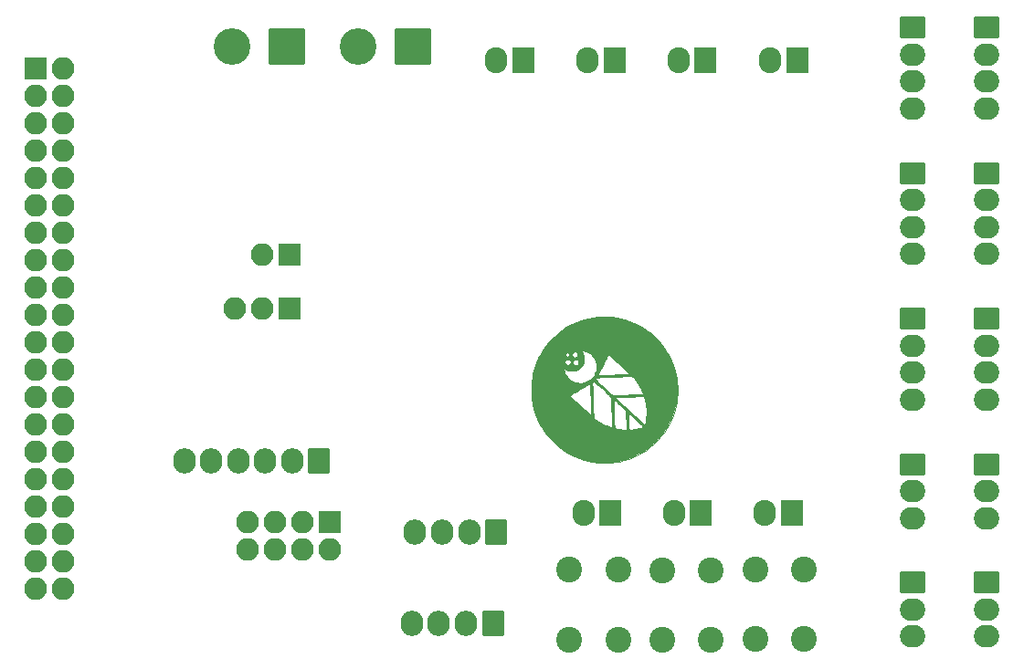
<source format=gbr>
G04 #@! TF.GenerationSoftware,KiCad,Pcbnew,7.0.7*
G04 #@! TF.CreationDate,2023-10-12T15:34:55+02:00*
G04 #@! TF.ProjectId,Astroplant_VFR,41737472-6f70-46c6-916e-745f5646522e,0.5*
G04 #@! TF.SameCoordinates,Original*
G04 #@! TF.FileFunction,Soldermask,Bot*
G04 #@! TF.FilePolarity,Negative*
%FSLAX46Y46*%
G04 Gerber Fmt 4.6, Leading zero omitted, Abs format (unit mm)*
G04 Created by KiCad (PCBNEW 7.0.7) date 2023-10-12 15:34:55*
%MOMM*%
%LPD*%
G01*
G04 APERTURE LIST*
G04 Aperture macros list*
%AMRoundRect*
0 Rectangle with rounded corners*
0 $1 Rounding radius*
0 $2 $3 $4 $5 $6 $7 $8 $9 X,Y pos of 4 corners*
0 Add a 4 corners polygon primitive as box body*
4,1,4,$2,$3,$4,$5,$6,$7,$8,$9,$2,$3,0*
0 Add four circle primitives for the rounded corners*
1,1,$1+$1,$2,$3*
1,1,$1+$1,$4,$5*
1,1,$1+$1,$6,$7*
1,1,$1+$1,$8,$9*
0 Add four rect primitives between the rounded corners*
20,1,$1+$1,$2,$3,$4,$5,0*
20,1,$1+$1,$4,$5,$6,$7,0*
20,1,$1+$1,$6,$7,$8,$9,0*
20,1,$1+$1,$8,$9,$2,$3,0*%
G04 Aperture macros list end*
%ADD10C,0.010000*%
%ADD11RoundRect,0.200000X0.850000X0.975000X-0.850000X0.975000X-0.850000X-0.975000X0.850000X-0.975000X0*%
%ADD12O,2.100000X2.350000*%
%ADD13RoundRect,0.200000X-0.850000X-0.850000X0.850000X-0.850000X0.850000X0.850000X-0.850000X0.850000X0*%
%ADD14O,2.100000X2.100000*%
%ADD15RoundRect,0.200000X-0.975000X0.850000X-0.975000X-0.850000X0.975000X-0.850000X0.975000X0.850000X0*%
%ADD16O,2.350000X2.100000*%
%ADD17RoundRect,0.200000X0.850000X1.000000X-0.850000X1.000000X-0.850000X-1.000000X0.850000X-1.000000X0*%
%ADD18O,2.100000X2.400000*%
%ADD19RoundRect,0.200000X-0.850000X0.850000X-0.850000X-0.850000X0.850000X-0.850000X0.850000X0.850000X0*%
%ADD20C,2.400000*%
%ADD21RoundRect,0.200000X1.500000X1.500000X-1.500000X1.500000X-1.500000X-1.500000X1.500000X-1.500000X0*%
%ADD22C,3.400000*%
G04 APERTURE END LIST*
D10*
X154878692Y-66433933D02*
X155016200Y-66434750D01*
X155026000Y-66434825D01*
X155212416Y-66436858D01*
X155371874Y-66440246D01*
X155510956Y-66445605D01*
X155636245Y-66453551D01*
X155754325Y-66464702D01*
X155871777Y-66479674D01*
X155995185Y-66499082D01*
X156131132Y-66523544D01*
X156286200Y-66553676D01*
X156382414Y-66573543D01*
X156838601Y-66688152D01*
X157281996Y-66833227D01*
X157711407Y-67007576D01*
X158125641Y-67210005D01*
X158523502Y-67439321D01*
X158903799Y-67694329D01*
X159265337Y-67973836D01*
X159606923Y-68276650D01*
X159927364Y-68601575D01*
X160225465Y-68947420D01*
X160500033Y-69312989D01*
X160749875Y-69697091D01*
X160973797Y-70098530D01*
X161170606Y-70516115D01*
X161339108Y-70948650D01*
X161478109Y-71394943D01*
X161586417Y-71853800D01*
X161603928Y-71942688D01*
X161630864Y-72085864D01*
X161652611Y-72213874D01*
X161669710Y-72332844D01*
X161682699Y-72448903D01*
X161692117Y-72568179D01*
X161698504Y-72696798D01*
X161702398Y-72840890D01*
X161704339Y-73006581D01*
X161704866Y-73200000D01*
X161704714Y-73311862D01*
X161703463Y-73489032D01*
X161700497Y-73641898D01*
X161695277Y-73776588D01*
X161687262Y-73899231D01*
X161675916Y-74015954D01*
X161660697Y-74132884D01*
X161641067Y-74256150D01*
X161616486Y-74391880D01*
X161586417Y-74546200D01*
X161567154Y-74639456D01*
X161452539Y-75096050D01*
X161307465Y-75539812D01*
X161133123Y-75969550D01*
X160930704Y-76384074D01*
X160701399Y-76782192D01*
X160446400Y-77162713D01*
X160166897Y-77524447D01*
X159864081Y-77866202D01*
X159539144Y-78186786D01*
X159193276Y-78485010D01*
X158827669Y-78759682D01*
X158443514Y-79009610D01*
X158042001Y-79233604D01*
X157624322Y-79430473D01*
X157191668Y-79599026D01*
X156745231Y-79738071D01*
X156286200Y-79846417D01*
X156197312Y-79863928D01*
X156054136Y-79890864D01*
X155926126Y-79912612D01*
X155807156Y-79929710D01*
X155691097Y-79942699D01*
X155571821Y-79952117D01*
X155443202Y-79958504D01*
X155299110Y-79962398D01*
X155133419Y-79964340D01*
X154940000Y-79964867D01*
X154828138Y-79964715D01*
X154650968Y-79963464D01*
X154498102Y-79960498D01*
X154363412Y-79955277D01*
X154240769Y-79947263D01*
X154124046Y-79935916D01*
X154007116Y-79920697D01*
X153883850Y-79901067D01*
X153748120Y-79876487D01*
X153593800Y-79846417D01*
X153500544Y-79827154D01*
X153043950Y-79712539D01*
X152600188Y-79567465D01*
X152170450Y-79393123D01*
X151755926Y-79190704D01*
X151357808Y-78961400D01*
X150977287Y-78706400D01*
X150615553Y-78426897D01*
X150273798Y-78124081D01*
X149953214Y-77799144D01*
X149654990Y-77453276D01*
X149380318Y-77087669D01*
X149130390Y-76703514D01*
X148906396Y-76302001D01*
X148709527Y-75884323D01*
X148540974Y-75451669D01*
X148401929Y-75005231D01*
X148293583Y-74546200D01*
X148276072Y-74457312D01*
X148249136Y-74314136D01*
X148227388Y-74186126D01*
X148210290Y-74067156D01*
X148197301Y-73951097D01*
X148187883Y-73831822D01*
X148183936Y-73752351D01*
X151757528Y-73752351D01*
X151766456Y-73792869D01*
X151800892Y-73843324D01*
X151862366Y-73907843D01*
X151875830Y-73920683D01*
X151918691Y-73960951D01*
X151982863Y-74020807D01*
X152066000Y-74098078D01*
X152165758Y-74190593D01*
X152279792Y-74296180D01*
X152405758Y-74412667D01*
X152541311Y-74537884D01*
X152684106Y-74669657D01*
X152831800Y-74805815D01*
X153695400Y-75601568D01*
X153701049Y-75505684D01*
X153701341Y-75499634D01*
X153702043Y-75449560D01*
X153701517Y-75369551D01*
X153699861Y-75262869D01*
X153697177Y-75132776D01*
X153693566Y-74982536D01*
X153689129Y-74815409D01*
X153683966Y-74634660D01*
X153678179Y-74443549D01*
X153671868Y-74245339D01*
X153665135Y-74043293D01*
X153658079Y-73840672D01*
X153650802Y-73640740D01*
X153643406Y-73446758D01*
X153635990Y-73261989D01*
X153628655Y-73089695D01*
X153621503Y-72933139D01*
X153617582Y-72858623D01*
X153611188Y-72770034D01*
X153603827Y-72708431D01*
X153594948Y-72669655D01*
X153584002Y-72649545D01*
X153580285Y-72647387D01*
X153821555Y-72647387D01*
X153822177Y-72714565D01*
X153823741Y-72798275D01*
X153826264Y-72900440D01*
X153829764Y-73022984D01*
X153834259Y-73167832D01*
X153839767Y-73336908D01*
X153846305Y-73532135D01*
X153853892Y-73755439D01*
X153862545Y-74008743D01*
X153872283Y-74293972D01*
X153873409Y-74327055D01*
X153882075Y-74582447D01*
X153889739Y-74806477D01*
X153896647Y-75001357D01*
X153903048Y-75169300D01*
X153909186Y-75312519D01*
X153915310Y-75433227D01*
X153921665Y-75533636D01*
X153928498Y-75615960D01*
X153936056Y-75682411D01*
X153944585Y-75735202D01*
X153954333Y-75776545D01*
X153965546Y-75808654D01*
X153978470Y-75833742D01*
X153993352Y-75854020D01*
X154010439Y-75871702D01*
X154029978Y-75889001D01*
X154052215Y-75908130D01*
X154058024Y-75913181D01*
X154144249Y-75980854D01*
X154255591Y-76057939D01*
X154386384Y-76141067D01*
X154530966Y-76226866D01*
X154683672Y-76311968D01*
X154838838Y-76393001D01*
X154990800Y-76466595D01*
X155073144Y-76503098D01*
X155169893Y-76543343D01*
X155272714Y-76584099D01*
X155374187Y-76622553D01*
X155466889Y-76655893D01*
X155543397Y-76681308D01*
X155596289Y-76695986D01*
X155651445Y-76707945D01*
X155642705Y-76465273D01*
X155640704Y-76407244D01*
X155637520Y-76309397D01*
X155633720Y-76188256D01*
X155629483Y-76049664D01*
X155624986Y-75899462D01*
X155620410Y-75743494D01*
X155615930Y-75587600D01*
X155613642Y-75508998D01*
X155608079Y-75329424D01*
X155601815Y-75139919D01*
X155595160Y-74949239D01*
X155588423Y-74766143D01*
X155581915Y-74599388D01*
X155575945Y-74457731D01*
X155575640Y-74450854D01*
X155569257Y-74309367D01*
X155563767Y-74197213D01*
X155560966Y-74149256D01*
X155782447Y-74149256D01*
X155782638Y-74184479D01*
X155783446Y-74232823D01*
X155784922Y-74296361D01*
X155787114Y-74377166D01*
X155790074Y-74477310D01*
X155793850Y-74598865D01*
X155798494Y-74743905D01*
X155804055Y-74914503D01*
X155810582Y-75112731D01*
X155818127Y-75340661D01*
X155826739Y-75600367D01*
X155831000Y-75728626D01*
X155837873Y-75933284D01*
X155843902Y-76107945D01*
X155849242Y-76255084D01*
X155854045Y-76377173D01*
X155858465Y-76476686D01*
X155862655Y-76556094D01*
X155866769Y-76617871D01*
X155870960Y-76664490D01*
X155875381Y-76698423D01*
X155880186Y-76722144D01*
X155885527Y-76738125D01*
X155891559Y-76748839D01*
X155898434Y-76756760D01*
X155903957Y-76761570D01*
X155948219Y-76784269D01*
X156018429Y-76806422D01*
X156109214Y-76827452D01*
X156215200Y-76846783D01*
X156331013Y-76863839D01*
X156451281Y-76878044D01*
X156570629Y-76888823D01*
X156683684Y-76895599D01*
X156785074Y-76897795D01*
X156869424Y-76894837D01*
X156931361Y-76886147D01*
X156965511Y-76871151D01*
X156971051Y-76864707D01*
X156976845Y-76853407D01*
X156981232Y-76835796D01*
X156984214Y-76808815D01*
X156985793Y-76769406D01*
X156985970Y-76714511D01*
X156984747Y-76641070D01*
X156982124Y-76546026D01*
X156978104Y-76426319D01*
X156972688Y-76278891D01*
X156965877Y-76100684D01*
X156961583Y-75989889D01*
X156954482Y-75810602D01*
X156948223Y-75660565D01*
X156942579Y-75536799D01*
X156937322Y-75436325D01*
X156935473Y-75407244D01*
X157145894Y-75407244D01*
X157146258Y-75462536D01*
X157149224Y-75532567D01*
X157150416Y-75554954D01*
X157153716Y-75626573D01*
X157157747Y-75723832D01*
X157162292Y-75841069D01*
X157167135Y-75972626D01*
X157172059Y-76112842D01*
X157176850Y-76256057D01*
X157179852Y-76342558D01*
X157185072Y-76472103D01*
X157190650Y-76589002D01*
X157196337Y-76689013D01*
X157201881Y-76767894D01*
X157207034Y-76821404D01*
X157211546Y-76845300D01*
X157225831Y-76865188D01*
X157250673Y-76882440D01*
X157287565Y-76893080D01*
X157340037Y-76897120D01*
X157411620Y-76894575D01*
X157505843Y-76885460D01*
X157626238Y-76869788D01*
X157776333Y-76847574D01*
X157852524Y-76834779D01*
X157946460Y-76817040D01*
X158048088Y-76796331D01*
X158151559Y-76773986D01*
X158251020Y-76751341D01*
X158340623Y-76729728D01*
X158414515Y-76710483D01*
X158466847Y-76694938D01*
X158491767Y-76684429D01*
X158501090Y-76674718D01*
X158512933Y-76646618D01*
X158512886Y-76646206D01*
X158499083Y-76627643D01*
X158461652Y-76587736D01*
X158401976Y-76527805D01*
X158321437Y-76449167D01*
X158221416Y-76353142D01*
X158103296Y-76241049D01*
X157968459Y-76114207D01*
X157818286Y-75973934D01*
X157654160Y-75821550D01*
X157477462Y-75658374D01*
X157404609Y-75591535D01*
X157324875Y-75519055D01*
X157256171Y-75457339D01*
X157201946Y-75409456D01*
X157165646Y-75378476D01*
X157150720Y-75367467D01*
X157148066Y-75373923D01*
X157145894Y-75407244D01*
X156935473Y-75407244D01*
X156932227Y-75356167D01*
X156927066Y-75293346D01*
X156921613Y-75244884D01*
X156915640Y-75207803D01*
X156908922Y-75179125D01*
X156901231Y-75155873D01*
X156892340Y-75135069D01*
X156890423Y-75131680D01*
X156866925Y-75102901D01*
X156821022Y-75054165D01*
X156754983Y-74987697D01*
X156671079Y-74905720D01*
X156571578Y-74810457D01*
X156458752Y-74704132D01*
X156334870Y-74588969D01*
X156267711Y-74527022D01*
X156159088Y-74427228D01*
X156059588Y-74336306D01*
X155971827Y-74256619D01*
X155898422Y-74190527D01*
X155841987Y-74140393D01*
X155805138Y-74108579D01*
X155790492Y-74097446D01*
X155788997Y-74097410D01*
X155786853Y-74098119D01*
X155785075Y-74101585D01*
X155783715Y-74109881D01*
X155782822Y-74125081D01*
X155782447Y-74149256D01*
X155560966Y-74149256D01*
X155558679Y-74110076D01*
X155553498Y-74043639D01*
X155547735Y-73993586D01*
X155540894Y-73955599D01*
X155532485Y-73925363D01*
X155532383Y-73925102D01*
X155941889Y-73925102D01*
X155941993Y-73925325D01*
X155957103Y-73942355D01*
X155995168Y-73980593D01*
X156054358Y-74038323D01*
X156132842Y-74113829D01*
X156228788Y-74205396D01*
X156340365Y-74311307D01*
X156465742Y-74429847D01*
X156603088Y-74559299D01*
X156750573Y-74697948D01*
X156906363Y-74844079D01*
X157068630Y-74995974D01*
X157235540Y-75151918D01*
X157405264Y-75310196D01*
X157575970Y-75469091D01*
X157745827Y-75626888D01*
X157913004Y-75781870D01*
X158075670Y-75932322D01*
X158231993Y-76076528D01*
X158380143Y-76212772D01*
X158518288Y-76339338D01*
X158532191Y-76351975D01*
X158592365Y-76404913D01*
X158642633Y-76446370D01*
X158678081Y-76472431D01*
X158693796Y-76479182D01*
X158703027Y-76457663D01*
X158716183Y-76407566D01*
X158731791Y-76334996D01*
X158748816Y-76245664D01*
X158766225Y-76145284D01*
X158782983Y-76039567D01*
X158798056Y-75934225D01*
X158810411Y-75834970D01*
X158819045Y-75744899D01*
X158829617Y-75559087D01*
X158833383Y-75356599D01*
X158830548Y-75147445D01*
X158821319Y-74941634D01*
X158805904Y-74749175D01*
X158784508Y-74580078D01*
X158778168Y-74540910D01*
X158753581Y-74403711D01*
X158726422Y-74271358D01*
X158697926Y-74148629D01*
X158669333Y-74040303D01*
X158641880Y-73951158D01*
X158616803Y-73885974D01*
X158595340Y-73849528D01*
X158588778Y-73842482D01*
X158580315Y-73834493D01*
X158569739Y-73827742D01*
X158554785Y-73822248D01*
X158533186Y-73818031D01*
X158502676Y-73815110D01*
X158460991Y-73813505D01*
X158405864Y-73813235D01*
X158335030Y-73814320D01*
X158246223Y-73816779D01*
X158137177Y-73820632D01*
X158005626Y-73825899D01*
X157849306Y-73832599D01*
X157665950Y-73840752D01*
X157453292Y-73850377D01*
X157209067Y-73861494D01*
X157208407Y-73861524D01*
X157020058Y-73870030D01*
X156838904Y-73878083D01*
X156668274Y-73885544D01*
X156511499Y-73892273D01*
X156371906Y-73898130D01*
X156252826Y-73902976D01*
X156157588Y-73906671D01*
X156089521Y-73909074D01*
X156051955Y-73910047D01*
X156048599Y-73910087D01*
X155992693Y-73912681D01*
X155954418Y-73918056D01*
X155941889Y-73925102D01*
X155532383Y-73925102D01*
X155522015Y-73898560D01*
X155508990Y-73870874D01*
X155499411Y-73853201D01*
X155482529Y-73827827D01*
X155458621Y-73797547D01*
X155425687Y-73760371D01*
X155381728Y-73714310D01*
X155324742Y-73657372D01*
X155252731Y-73587569D01*
X155163694Y-73502908D01*
X155055630Y-73401401D01*
X154926541Y-73281057D01*
X154774426Y-73139885D01*
X154696142Y-73067441D01*
X154569480Y-72950662D01*
X154450469Y-72841463D01*
X154341554Y-72742059D01*
X154245183Y-72654665D01*
X154163802Y-72581498D01*
X154099858Y-72524772D01*
X154055797Y-72486702D01*
X154034067Y-72469505D01*
X153981065Y-72445617D01*
X153914258Y-72441686D01*
X153855360Y-72469196D01*
X153848328Y-72474171D01*
X153842061Y-72478372D01*
X153836593Y-72483711D01*
X153831941Y-72492112D01*
X153828124Y-72505498D01*
X153825159Y-72525795D01*
X153823064Y-72554926D01*
X153821857Y-72594815D01*
X153821555Y-72647387D01*
X153580285Y-72647387D01*
X153578339Y-72646257D01*
X153566344Y-72646026D01*
X153547028Y-72651387D01*
X153518232Y-72663546D01*
X153477797Y-72683709D01*
X153423566Y-72713080D01*
X153353379Y-72752866D01*
X153265079Y-72804271D01*
X153156507Y-72868502D01*
X153025504Y-72946763D01*
X152869913Y-73040260D01*
X152687574Y-73150199D01*
X152535355Y-73242213D01*
X152386069Y-73332734D01*
X152247441Y-73417072D01*
X152122096Y-73493618D01*
X152012658Y-73560761D01*
X151921750Y-73616893D01*
X151851995Y-73660403D01*
X151806017Y-73689681D01*
X151786440Y-73703117D01*
X151772578Y-73717644D01*
X151757528Y-73752351D01*
X148183936Y-73752351D01*
X148181496Y-73703202D01*
X148177602Y-73559110D01*
X148175660Y-73393419D01*
X148175133Y-73200000D01*
X148175285Y-73088138D01*
X148176536Y-72910969D01*
X148179502Y-72758103D01*
X148184723Y-72623412D01*
X148192737Y-72500769D01*
X148204084Y-72384047D01*
X148219303Y-72267116D01*
X148238933Y-72143850D01*
X148263513Y-72008121D01*
X148293583Y-71853800D01*
X148395406Y-71418937D01*
X148457818Y-71216142D01*
X151168697Y-71216142D01*
X151172313Y-71253043D01*
X151182395Y-71309231D01*
X151197114Y-71376565D01*
X151214643Y-71446904D01*
X151233153Y-71512108D01*
X151250817Y-71564035D01*
X151284121Y-71642893D01*
X151393817Y-71844215D01*
X151530966Y-72027905D01*
X151693130Y-72191375D01*
X151877867Y-72332031D01*
X152082735Y-72447283D01*
X152201784Y-72497958D01*
X152411312Y-72559656D01*
X152622860Y-72587866D01*
X152835074Y-72582666D01*
X153046599Y-72544136D01*
X153256083Y-72472353D01*
X153462170Y-72367397D01*
X153471508Y-72361669D01*
X153542896Y-72310565D01*
X153626544Y-72241038D01*
X153698066Y-72175637D01*
X154161798Y-72175637D01*
X154171929Y-72242743D01*
X154209649Y-72313719D01*
X154219534Y-72325207D01*
X154253708Y-72360601D01*
X154308028Y-72414641D01*
X154379630Y-72484616D01*
X154465655Y-72567819D01*
X154563239Y-72661540D01*
X154669521Y-72763071D01*
X154781639Y-72869701D01*
X154896730Y-72978723D01*
X155011934Y-73087426D01*
X155124388Y-73193103D01*
X155231230Y-73293044D01*
X155329598Y-73384540D01*
X155416630Y-73464882D01*
X155489465Y-73531361D01*
X155545241Y-73581268D01*
X155581095Y-73611894D01*
X155586957Y-73616636D01*
X155609654Y-73635024D01*
X155631045Y-73651123D01*
X155653326Y-73664992D01*
X155678695Y-73676693D01*
X155709348Y-73686286D01*
X155747482Y-73693833D01*
X155795293Y-73699393D01*
X155854979Y-73703028D01*
X155928735Y-73704798D01*
X156018759Y-73704764D01*
X156127247Y-73702988D01*
X156256396Y-73699529D01*
X156408402Y-73694448D01*
X156585463Y-73687806D01*
X156789774Y-73679664D01*
X157023533Y-73670083D01*
X157288937Y-73659123D01*
X157482683Y-73651027D01*
X157701639Y-73641539D01*
X157889575Y-73632943D01*
X158048081Y-73625147D01*
X158178744Y-73618056D01*
X158283154Y-73611578D01*
X158362899Y-73605620D01*
X158419569Y-73600089D01*
X158454752Y-73594891D01*
X158470037Y-73589934D01*
X158484392Y-73571909D01*
X158495789Y-73532360D01*
X158494058Y-73521819D01*
X158479522Y-73479633D01*
X158452309Y-73415276D01*
X158414958Y-73333867D01*
X158370004Y-73240526D01*
X158319984Y-73140374D01*
X158267436Y-73038528D01*
X158214898Y-72940110D01*
X158164905Y-72850239D01*
X158119995Y-72774034D01*
X158077998Y-72706999D01*
X157992952Y-72578473D01*
X157904392Y-72452911D01*
X157815329Y-72334025D01*
X157728773Y-72225528D01*
X157647736Y-72131135D01*
X157575228Y-72054559D01*
X157514260Y-71999513D01*
X157467844Y-71969711D01*
X157423260Y-71958370D01*
X157344374Y-71950747D01*
X157239244Y-71949100D01*
X157238588Y-71949109D01*
X157203482Y-71950012D01*
X157138525Y-71952106D01*
X157046750Y-71955272D01*
X156931189Y-71959395D01*
X156794875Y-71964357D01*
X156640843Y-71970043D01*
X156472124Y-71976336D01*
X156291752Y-71983119D01*
X156102760Y-71990276D01*
X155908181Y-71997690D01*
X155711048Y-72005244D01*
X155514395Y-72012823D01*
X155321253Y-72020309D01*
X155134658Y-72027586D01*
X154957641Y-72034537D01*
X154793235Y-72041046D01*
X154644474Y-72046997D01*
X154514391Y-72052272D01*
X154406019Y-72056756D01*
X154322391Y-72060331D01*
X154266541Y-72062881D01*
X154241500Y-72064290D01*
X154223768Y-72074185D01*
X154194933Y-72099334D01*
X154179666Y-72118353D01*
X154161798Y-72175637D01*
X153698066Y-72175637D01*
X153714938Y-72160208D01*
X153800558Y-72075195D01*
X153875888Y-71993117D01*
X153933411Y-71921094D01*
X153998573Y-71819463D01*
X154001535Y-71813833D01*
X154330400Y-71813833D01*
X154330578Y-71818470D01*
X154335386Y-71830671D01*
X154351077Y-71838500D01*
X154383397Y-71842903D01*
X154438090Y-71844827D01*
X154520900Y-71845218D01*
X154550481Y-71845022D01*
X154634588Y-71843544D01*
X154746755Y-71840741D01*
X154883097Y-71836764D01*
X155039729Y-71831761D01*
X155212768Y-71825884D01*
X155398329Y-71819280D01*
X155592528Y-71812101D01*
X155791480Y-71804496D01*
X155991302Y-71796614D01*
X156188109Y-71788605D01*
X156378016Y-71780619D01*
X156557140Y-71772806D01*
X156721596Y-71765315D01*
X156867500Y-71758297D01*
X156990968Y-71751900D01*
X157088115Y-71746274D01*
X157263496Y-71735267D01*
X156313808Y-70855627D01*
X156292918Y-70836280D01*
X156141914Y-70696557D01*
X155998054Y-70563662D01*
X155863302Y-70439399D01*
X155739623Y-70325567D01*
X155628980Y-70223968D01*
X155533337Y-70136403D01*
X155454659Y-70064674D01*
X155394909Y-70010583D01*
X155356051Y-69975930D01*
X155340050Y-69962517D01*
X155317665Y-69959555D01*
X155279779Y-69978557D01*
X155274420Y-69985162D01*
X155253268Y-70019260D01*
X155219485Y-70078599D01*
X155174749Y-70159935D01*
X155120738Y-70260025D01*
X155059129Y-70375624D01*
X154991602Y-70503489D01*
X154919834Y-70640377D01*
X154845503Y-70783042D01*
X154770287Y-70928241D01*
X154695864Y-71072731D01*
X154623912Y-71213267D01*
X154556110Y-71346605D01*
X154494135Y-71469502D01*
X154439665Y-71578714D01*
X154394378Y-71670997D01*
X154359953Y-71743107D01*
X154338068Y-71791801D01*
X154330400Y-71813833D01*
X154001535Y-71813833D01*
X154072130Y-71679646D01*
X154134348Y-71533866D01*
X154178463Y-71396600D01*
X154190844Y-71342598D01*
X154214432Y-71150700D01*
X154210207Y-70950113D01*
X154178681Y-70748279D01*
X154120365Y-70552639D01*
X154107086Y-70518781D01*
X154013666Y-70331126D01*
X153892992Y-70154977D01*
X153749228Y-69994049D01*
X153586537Y-69852056D01*
X153409082Y-69732712D01*
X153221027Y-69639729D01*
X153026533Y-69576824D01*
X153006571Y-69572218D01*
X152932071Y-69557130D01*
X152865446Y-69546544D01*
X152819135Y-69542519D01*
X152755670Y-69542400D01*
X152830759Y-69644401D01*
X152904439Y-69764542D01*
X152969278Y-69917309D01*
X153014661Y-70082426D01*
X153038023Y-70250347D01*
X153036800Y-70411523D01*
X153029976Y-70472666D01*
X152991852Y-70661226D01*
X152928868Y-70829270D01*
X152839495Y-70980233D01*
X152722203Y-71117546D01*
X152608895Y-71217933D01*
X152456583Y-71316790D01*
X152290883Y-71386127D01*
X152109198Y-71426973D01*
X151908933Y-71440359D01*
X151723666Y-71429545D01*
X151555501Y-71395285D01*
X151400340Y-71335650D01*
X151251577Y-71248717D01*
X151222988Y-71230149D01*
X151187622Y-71210741D01*
X151170538Y-71206484D01*
X151168697Y-71216142D01*
X148457818Y-71216142D01*
X148533860Y-70969059D01*
X148648309Y-70672772D01*
X151283705Y-70672772D01*
X151313754Y-70761864D01*
X151316020Y-70766043D01*
X151370554Y-70834646D01*
X151439738Y-70877977D01*
X151517392Y-70897161D01*
X151597337Y-70893325D01*
X151673391Y-70867595D01*
X151739375Y-70821096D01*
X151789108Y-70754954D01*
X151816411Y-70670295D01*
X151817267Y-70654693D01*
X152017667Y-70654693D01*
X152027787Y-70735415D01*
X152064329Y-70812103D01*
X152123767Y-70875231D01*
X152195843Y-70913166D01*
X152279376Y-70929865D01*
X152361939Y-70923822D01*
X152432146Y-70894332D01*
X152495681Y-70834010D01*
X152538097Y-70750050D01*
X152552400Y-70648154D01*
X152552373Y-70640814D01*
X152547997Y-70583994D01*
X152531817Y-70541822D01*
X152497631Y-70497200D01*
X152481677Y-70480365D01*
X152433257Y-70439158D01*
X152388108Y-70411945D01*
X152372911Y-70406127D01*
X152285933Y-70392006D01*
X152202331Y-70408193D01*
X152127466Y-70451769D01*
X152066703Y-70519813D01*
X152025404Y-70609406D01*
X152017667Y-70654693D01*
X151817267Y-70654693D01*
X151818901Y-70624872D01*
X151802455Y-70539979D01*
X151762259Y-70464685D01*
X151702869Y-70409463D01*
X151699037Y-70407122D01*
X151609500Y-70368774D01*
X151522135Y-70363890D01*
X151434937Y-70392342D01*
X151374845Y-70432490D01*
X151316188Y-70502179D01*
X151285162Y-70584241D01*
X151283705Y-70672772D01*
X148648309Y-70672772D01*
X148702792Y-70531723D01*
X148901201Y-70108354D01*
X149002303Y-69926555D01*
X151318742Y-69926555D01*
X151326364Y-69995923D01*
X151356712Y-70056071D01*
X151404792Y-70102085D01*
X151465610Y-70129050D01*
X151534170Y-70132053D01*
X151605480Y-70106178D01*
X151616900Y-70098500D01*
X151660194Y-70053054D01*
X151692834Y-69995321D01*
X151705733Y-69940333D01*
X151704857Y-69927671D01*
X151704770Y-69927406D01*
X151947196Y-69927406D01*
X151950995Y-70007270D01*
X151980515Y-70089545D01*
X152035595Y-70150964D01*
X152114176Y-70189402D01*
X152214199Y-70202737D01*
X152294107Y-70193769D01*
X152372154Y-70158568D01*
X152429356Y-70096676D01*
X152465748Y-70008067D01*
X152473732Y-69942594D01*
X152459386Y-69855584D01*
X152419897Y-69777430D01*
X152359447Y-69715658D01*
X152282218Y-69677796D01*
X152240011Y-69667193D01*
X152194518Y-69662965D01*
X152151591Y-69672983D01*
X152095546Y-69699033D01*
X152058007Y-69720305D01*
X151997319Y-69772472D01*
X151962137Y-69838804D01*
X151947196Y-69927406D01*
X151704770Y-69927406D01*
X151686173Y-69870588D01*
X151650018Y-69814518D01*
X151605480Y-69774489D01*
X151598459Y-69770537D01*
X151526116Y-69748711D01*
X151453348Y-69755759D01*
X151388991Y-69789260D01*
X151341879Y-69846789D01*
X151338841Y-69852882D01*
X151318742Y-69926555D01*
X149002303Y-69926555D01*
X149128084Y-69700375D01*
X149382439Y-69309212D01*
X149663263Y-68936289D01*
X149969556Y-68583032D01*
X150300315Y-68250865D01*
X150654537Y-67941214D01*
X151031221Y-67655502D01*
X151429365Y-67395155D01*
X151743279Y-67216022D01*
X152149996Y-67015189D01*
X152567442Y-66843741D01*
X152997873Y-66700947D01*
X153443548Y-66586077D01*
X153906727Y-66498399D01*
X154389667Y-66437182D01*
X154405210Y-66436274D01*
X154456000Y-66435009D01*
X154533353Y-66434124D01*
X154632659Y-66433638D01*
X154749308Y-66433568D01*
X154878692Y-66433933D01*
G36*
X154878692Y-66433933D02*
G01*
X155016200Y-66434750D01*
X155026000Y-66434825D01*
X155212416Y-66436858D01*
X155371874Y-66440246D01*
X155510956Y-66445605D01*
X155636245Y-66453551D01*
X155754325Y-66464702D01*
X155871777Y-66479674D01*
X155995185Y-66499082D01*
X156131132Y-66523544D01*
X156286200Y-66553676D01*
X156382414Y-66573543D01*
X156838601Y-66688152D01*
X157281996Y-66833227D01*
X157711407Y-67007576D01*
X158125641Y-67210005D01*
X158523502Y-67439321D01*
X158903799Y-67694329D01*
X159265337Y-67973836D01*
X159606923Y-68276650D01*
X159927364Y-68601575D01*
X160225465Y-68947420D01*
X160500033Y-69312989D01*
X160749875Y-69697091D01*
X160973797Y-70098530D01*
X161170606Y-70516115D01*
X161339108Y-70948650D01*
X161478109Y-71394943D01*
X161586417Y-71853800D01*
X161603928Y-71942688D01*
X161630864Y-72085864D01*
X161652611Y-72213874D01*
X161669710Y-72332844D01*
X161682699Y-72448903D01*
X161692117Y-72568179D01*
X161698504Y-72696798D01*
X161702398Y-72840890D01*
X161704339Y-73006581D01*
X161704866Y-73200000D01*
X161704714Y-73311862D01*
X161703463Y-73489032D01*
X161700497Y-73641898D01*
X161695277Y-73776588D01*
X161687262Y-73899231D01*
X161675916Y-74015954D01*
X161660697Y-74132884D01*
X161641067Y-74256150D01*
X161616486Y-74391880D01*
X161586417Y-74546200D01*
X161567154Y-74639456D01*
X161452539Y-75096050D01*
X161307465Y-75539812D01*
X161133123Y-75969550D01*
X160930704Y-76384074D01*
X160701399Y-76782192D01*
X160446400Y-77162713D01*
X160166897Y-77524447D01*
X159864081Y-77866202D01*
X159539144Y-78186786D01*
X159193276Y-78485010D01*
X158827669Y-78759682D01*
X158443514Y-79009610D01*
X158042001Y-79233604D01*
X157624322Y-79430473D01*
X157191668Y-79599026D01*
X156745231Y-79738071D01*
X156286200Y-79846417D01*
X156197312Y-79863928D01*
X156054136Y-79890864D01*
X155926126Y-79912612D01*
X155807156Y-79929710D01*
X155691097Y-79942699D01*
X155571821Y-79952117D01*
X155443202Y-79958504D01*
X155299110Y-79962398D01*
X155133419Y-79964340D01*
X154940000Y-79964867D01*
X154828138Y-79964715D01*
X154650968Y-79963464D01*
X154498102Y-79960498D01*
X154363412Y-79955277D01*
X154240769Y-79947263D01*
X154124046Y-79935916D01*
X154007116Y-79920697D01*
X153883850Y-79901067D01*
X153748120Y-79876487D01*
X153593800Y-79846417D01*
X153500544Y-79827154D01*
X153043950Y-79712539D01*
X152600188Y-79567465D01*
X152170450Y-79393123D01*
X151755926Y-79190704D01*
X151357808Y-78961400D01*
X150977287Y-78706400D01*
X150615553Y-78426897D01*
X150273798Y-78124081D01*
X149953214Y-77799144D01*
X149654990Y-77453276D01*
X149380318Y-77087669D01*
X149130390Y-76703514D01*
X148906396Y-76302001D01*
X148709527Y-75884323D01*
X148540974Y-75451669D01*
X148401929Y-75005231D01*
X148293583Y-74546200D01*
X148276072Y-74457312D01*
X148249136Y-74314136D01*
X148227388Y-74186126D01*
X148210290Y-74067156D01*
X148197301Y-73951097D01*
X148187883Y-73831822D01*
X148183936Y-73752351D01*
X151757528Y-73752351D01*
X151766456Y-73792869D01*
X151800892Y-73843324D01*
X151862366Y-73907843D01*
X151875830Y-73920683D01*
X151918691Y-73960951D01*
X151982863Y-74020807D01*
X152066000Y-74098078D01*
X152165758Y-74190593D01*
X152279792Y-74296180D01*
X152405758Y-74412667D01*
X152541311Y-74537884D01*
X152684106Y-74669657D01*
X152831800Y-74805815D01*
X153695400Y-75601568D01*
X153701049Y-75505684D01*
X153701341Y-75499634D01*
X153702043Y-75449560D01*
X153701517Y-75369551D01*
X153699861Y-75262869D01*
X153697177Y-75132776D01*
X153693566Y-74982536D01*
X153689129Y-74815409D01*
X153683966Y-74634660D01*
X153678179Y-74443549D01*
X153671868Y-74245339D01*
X153665135Y-74043293D01*
X153658079Y-73840672D01*
X153650802Y-73640740D01*
X153643406Y-73446758D01*
X153635990Y-73261989D01*
X153628655Y-73089695D01*
X153621503Y-72933139D01*
X153617582Y-72858623D01*
X153611188Y-72770034D01*
X153603827Y-72708431D01*
X153594948Y-72669655D01*
X153584002Y-72649545D01*
X153580285Y-72647387D01*
X153821555Y-72647387D01*
X153822177Y-72714565D01*
X153823741Y-72798275D01*
X153826264Y-72900440D01*
X153829764Y-73022984D01*
X153834259Y-73167832D01*
X153839767Y-73336908D01*
X153846305Y-73532135D01*
X153853892Y-73755439D01*
X153862545Y-74008743D01*
X153872283Y-74293972D01*
X153873409Y-74327055D01*
X153882075Y-74582447D01*
X153889739Y-74806477D01*
X153896647Y-75001357D01*
X153903048Y-75169300D01*
X153909186Y-75312519D01*
X153915310Y-75433227D01*
X153921665Y-75533636D01*
X153928498Y-75615960D01*
X153936056Y-75682411D01*
X153944585Y-75735202D01*
X153954333Y-75776545D01*
X153965546Y-75808654D01*
X153978470Y-75833742D01*
X153993352Y-75854020D01*
X154010439Y-75871702D01*
X154029978Y-75889001D01*
X154052215Y-75908130D01*
X154058024Y-75913181D01*
X154144249Y-75980854D01*
X154255591Y-76057939D01*
X154386384Y-76141067D01*
X154530966Y-76226866D01*
X154683672Y-76311968D01*
X154838838Y-76393001D01*
X154990800Y-76466595D01*
X155073144Y-76503098D01*
X155169893Y-76543343D01*
X155272714Y-76584099D01*
X155374187Y-76622553D01*
X155466889Y-76655893D01*
X155543397Y-76681308D01*
X155596289Y-76695986D01*
X155651445Y-76707945D01*
X155642705Y-76465273D01*
X155640704Y-76407244D01*
X155637520Y-76309397D01*
X155633720Y-76188256D01*
X155629483Y-76049664D01*
X155624986Y-75899462D01*
X155620410Y-75743494D01*
X155615930Y-75587600D01*
X155613642Y-75508998D01*
X155608079Y-75329424D01*
X155601815Y-75139919D01*
X155595160Y-74949239D01*
X155588423Y-74766143D01*
X155581915Y-74599388D01*
X155575945Y-74457731D01*
X155575640Y-74450854D01*
X155569257Y-74309367D01*
X155563767Y-74197213D01*
X155560966Y-74149256D01*
X155782447Y-74149256D01*
X155782638Y-74184479D01*
X155783446Y-74232823D01*
X155784922Y-74296361D01*
X155787114Y-74377166D01*
X155790074Y-74477310D01*
X155793850Y-74598865D01*
X155798494Y-74743905D01*
X155804055Y-74914503D01*
X155810582Y-75112731D01*
X155818127Y-75340661D01*
X155826739Y-75600367D01*
X155831000Y-75728626D01*
X155837873Y-75933284D01*
X155843902Y-76107945D01*
X155849242Y-76255084D01*
X155854045Y-76377173D01*
X155858465Y-76476686D01*
X155862655Y-76556094D01*
X155866769Y-76617871D01*
X155870960Y-76664490D01*
X155875381Y-76698423D01*
X155880186Y-76722144D01*
X155885527Y-76738125D01*
X155891559Y-76748839D01*
X155898434Y-76756760D01*
X155903957Y-76761570D01*
X155948219Y-76784269D01*
X156018429Y-76806422D01*
X156109214Y-76827452D01*
X156215200Y-76846783D01*
X156331013Y-76863839D01*
X156451281Y-76878044D01*
X156570629Y-76888823D01*
X156683684Y-76895599D01*
X156785074Y-76897795D01*
X156869424Y-76894837D01*
X156931361Y-76886147D01*
X156965511Y-76871151D01*
X156971051Y-76864707D01*
X156976845Y-76853407D01*
X156981232Y-76835796D01*
X156984214Y-76808815D01*
X156985793Y-76769406D01*
X156985970Y-76714511D01*
X156984747Y-76641070D01*
X156982124Y-76546026D01*
X156978104Y-76426319D01*
X156972688Y-76278891D01*
X156965877Y-76100684D01*
X156961583Y-75989889D01*
X156954482Y-75810602D01*
X156948223Y-75660565D01*
X156942579Y-75536799D01*
X156937322Y-75436325D01*
X156935473Y-75407244D01*
X157145894Y-75407244D01*
X157146258Y-75462536D01*
X157149224Y-75532567D01*
X157150416Y-75554954D01*
X157153716Y-75626573D01*
X157157747Y-75723832D01*
X157162292Y-75841069D01*
X157167135Y-75972626D01*
X157172059Y-76112842D01*
X157176850Y-76256057D01*
X157179852Y-76342558D01*
X157185072Y-76472103D01*
X157190650Y-76589002D01*
X157196337Y-76689013D01*
X157201881Y-76767894D01*
X157207034Y-76821404D01*
X157211546Y-76845300D01*
X157225831Y-76865188D01*
X157250673Y-76882440D01*
X157287565Y-76893080D01*
X157340037Y-76897120D01*
X157411620Y-76894575D01*
X157505843Y-76885460D01*
X157626238Y-76869788D01*
X157776333Y-76847574D01*
X157852524Y-76834779D01*
X157946460Y-76817040D01*
X158048088Y-76796331D01*
X158151559Y-76773986D01*
X158251020Y-76751341D01*
X158340623Y-76729728D01*
X158414515Y-76710483D01*
X158466847Y-76694938D01*
X158491767Y-76684429D01*
X158501090Y-76674718D01*
X158512933Y-76646618D01*
X158512886Y-76646206D01*
X158499083Y-76627643D01*
X158461652Y-76587736D01*
X158401976Y-76527805D01*
X158321437Y-76449167D01*
X158221416Y-76353142D01*
X158103296Y-76241049D01*
X157968459Y-76114207D01*
X157818286Y-75973934D01*
X157654160Y-75821550D01*
X157477462Y-75658374D01*
X157404609Y-75591535D01*
X157324875Y-75519055D01*
X157256171Y-75457339D01*
X157201946Y-75409456D01*
X157165646Y-75378476D01*
X157150720Y-75367467D01*
X157148066Y-75373923D01*
X157145894Y-75407244D01*
X156935473Y-75407244D01*
X156932227Y-75356167D01*
X156927066Y-75293346D01*
X156921613Y-75244884D01*
X156915640Y-75207803D01*
X156908922Y-75179125D01*
X156901231Y-75155873D01*
X156892340Y-75135069D01*
X156890423Y-75131680D01*
X156866925Y-75102901D01*
X156821022Y-75054165D01*
X156754983Y-74987697D01*
X156671079Y-74905720D01*
X156571578Y-74810457D01*
X156458752Y-74704132D01*
X156334870Y-74588969D01*
X156267711Y-74527022D01*
X156159088Y-74427228D01*
X156059588Y-74336306D01*
X155971827Y-74256619D01*
X155898422Y-74190527D01*
X155841987Y-74140393D01*
X155805138Y-74108579D01*
X155790492Y-74097446D01*
X155788997Y-74097410D01*
X155786853Y-74098119D01*
X155785075Y-74101585D01*
X155783715Y-74109881D01*
X155782822Y-74125081D01*
X155782447Y-74149256D01*
X155560966Y-74149256D01*
X155558679Y-74110076D01*
X155553498Y-74043639D01*
X155547735Y-73993586D01*
X155540894Y-73955599D01*
X155532485Y-73925363D01*
X155532383Y-73925102D01*
X155941889Y-73925102D01*
X155941993Y-73925325D01*
X155957103Y-73942355D01*
X155995168Y-73980593D01*
X156054358Y-74038323D01*
X156132842Y-74113829D01*
X156228788Y-74205396D01*
X156340365Y-74311307D01*
X156465742Y-74429847D01*
X156603088Y-74559299D01*
X156750573Y-74697948D01*
X156906363Y-74844079D01*
X157068630Y-74995974D01*
X157235540Y-75151918D01*
X157405264Y-75310196D01*
X157575970Y-75469091D01*
X157745827Y-75626888D01*
X157913004Y-75781870D01*
X158075670Y-75932322D01*
X158231993Y-76076528D01*
X158380143Y-76212772D01*
X158518288Y-76339338D01*
X158532191Y-76351975D01*
X158592365Y-76404913D01*
X158642633Y-76446370D01*
X158678081Y-76472431D01*
X158693796Y-76479182D01*
X158703027Y-76457663D01*
X158716183Y-76407566D01*
X158731791Y-76334996D01*
X158748816Y-76245664D01*
X158766225Y-76145284D01*
X158782983Y-76039567D01*
X158798056Y-75934225D01*
X158810411Y-75834970D01*
X158819045Y-75744899D01*
X158829617Y-75559087D01*
X158833383Y-75356599D01*
X158830548Y-75147445D01*
X158821319Y-74941634D01*
X158805904Y-74749175D01*
X158784508Y-74580078D01*
X158778168Y-74540910D01*
X158753581Y-74403711D01*
X158726422Y-74271358D01*
X158697926Y-74148629D01*
X158669333Y-74040303D01*
X158641880Y-73951158D01*
X158616803Y-73885974D01*
X158595340Y-73849528D01*
X158588778Y-73842482D01*
X158580315Y-73834493D01*
X158569739Y-73827742D01*
X158554785Y-73822248D01*
X158533186Y-73818031D01*
X158502676Y-73815110D01*
X158460991Y-73813505D01*
X158405864Y-73813235D01*
X158335030Y-73814320D01*
X158246223Y-73816779D01*
X158137177Y-73820632D01*
X158005626Y-73825899D01*
X157849306Y-73832599D01*
X157665950Y-73840752D01*
X157453292Y-73850377D01*
X157209067Y-73861494D01*
X157208407Y-73861524D01*
X157020058Y-73870030D01*
X156838904Y-73878083D01*
X156668274Y-73885544D01*
X156511499Y-73892273D01*
X156371906Y-73898130D01*
X156252826Y-73902976D01*
X156157588Y-73906671D01*
X156089521Y-73909074D01*
X156051955Y-73910047D01*
X156048599Y-73910087D01*
X155992693Y-73912681D01*
X155954418Y-73918056D01*
X155941889Y-73925102D01*
X155532383Y-73925102D01*
X155522015Y-73898560D01*
X155508990Y-73870874D01*
X155499411Y-73853201D01*
X155482529Y-73827827D01*
X155458621Y-73797547D01*
X155425687Y-73760371D01*
X155381728Y-73714310D01*
X155324742Y-73657372D01*
X155252731Y-73587569D01*
X155163694Y-73502908D01*
X155055630Y-73401401D01*
X154926541Y-73281057D01*
X154774426Y-73139885D01*
X154696142Y-73067441D01*
X154569480Y-72950662D01*
X154450469Y-72841463D01*
X154341554Y-72742059D01*
X154245183Y-72654665D01*
X154163802Y-72581498D01*
X154099858Y-72524772D01*
X154055797Y-72486702D01*
X154034067Y-72469505D01*
X153981065Y-72445617D01*
X153914258Y-72441686D01*
X153855360Y-72469196D01*
X153848328Y-72474171D01*
X153842061Y-72478372D01*
X153836593Y-72483711D01*
X153831941Y-72492112D01*
X153828124Y-72505498D01*
X153825159Y-72525795D01*
X153823064Y-72554926D01*
X153821857Y-72594815D01*
X153821555Y-72647387D01*
X153580285Y-72647387D01*
X153578339Y-72646257D01*
X153566344Y-72646026D01*
X153547028Y-72651387D01*
X153518232Y-72663546D01*
X153477797Y-72683709D01*
X153423566Y-72713080D01*
X153353379Y-72752866D01*
X153265079Y-72804271D01*
X153156507Y-72868502D01*
X153025504Y-72946763D01*
X152869913Y-73040260D01*
X152687574Y-73150199D01*
X152535355Y-73242213D01*
X152386069Y-73332734D01*
X152247441Y-73417072D01*
X152122096Y-73493618D01*
X152012658Y-73560761D01*
X151921750Y-73616893D01*
X151851995Y-73660403D01*
X151806017Y-73689681D01*
X151786440Y-73703117D01*
X151772578Y-73717644D01*
X151757528Y-73752351D01*
X148183936Y-73752351D01*
X148181496Y-73703202D01*
X148177602Y-73559110D01*
X148175660Y-73393419D01*
X148175133Y-73200000D01*
X148175285Y-73088138D01*
X148176536Y-72910969D01*
X148179502Y-72758103D01*
X148184723Y-72623412D01*
X148192737Y-72500769D01*
X148204084Y-72384047D01*
X148219303Y-72267116D01*
X148238933Y-72143850D01*
X148263513Y-72008121D01*
X148293583Y-71853800D01*
X148395406Y-71418937D01*
X148457818Y-71216142D01*
X151168697Y-71216142D01*
X151172313Y-71253043D01*
X151182395Y-71309231D01*
X151197114Y-71376565D01*
X151214643Y-71446904D01*
X151233153Y-71512108D01*
X151250817Y-71564035D01*
X151284121Y-71642893D01*
X151393817Y-71844215D01*
X151530966Y-72027905D01*
X151693130Y-72191375D01*
X151877867Y-72332031D01*
X152082735Y-72447283D01*
X152201784Y-72497958D01*
X152411312Y-72559656D01*
X152622860Y-72587866D01*
X152835074Y-72582666D01*
X153046599Y-72544136D01*
X153256083Y-72472353D01*
X153462170Y-72367397D01*
X153471508Y-72361669D01*
X153542896Y-72310565D01*
X153626544Y-72241038D01*
X153698066Y-72175637D01*
X154161798Y-72175637D01*
X154171929Y-72242743D01*
X154209649Y-72313719D01*
X154219534Y-72325207D01*
X154253708Y-72360601D01*
X154308028Y-72414641D01*
X154379630Y-72484616D01*
X154465655Y-72567819D01*
X154563239Y-72661540D01*
X154669521Y-72763071D01*
X154781639Y-72869701D01*
X154896730Y-72978723D01*
X155011934Y-73087426D01*
X155124388Y-73193103D01*
X155231230Y-73293044D01*
X155329598Y-73384540D01*
X155416630Y-73464882D01*
X155489465Y-73531361D01*
X155545241Y-73581268D01*
X155581095Y-73611894D01*
X155586957Y-73616636D01*
X155609654Y-73635024D01*
X155631045Y-73651123D01*
X155653326Y-73664992D01*
X155678695Y-73676693D01*
X155709348Y-73686286D01*
X155747482Y-73693833D01*
X155795293Y-73699393D01*
X155854979Y-73703028D01*
X155928735Y-73704798D01*
X156018759Y-73704764D01*
X156127247Y-73702988D01*
X156256396Y-73699529D01*
X156408402Y-73694448D01*
X156585463Y-73687806D01*
X156789774Y-73679664D01*
X157023533Y-73670083D01*
X157288937Y-73659123D01*
X157482683Y-73651027D01*
X157701639Y-73641539D01*
X157889575Y-73632943D01*
X158048081Y-73625147D01*
X158178744Y-73618056D01*
X158283154Y-73611578D01*
X158362899Y-73605620D01*
X158419569Y-73600089D01*
X158454752Y-73594891D01*
X158470037Y-73589934D01*
X158484392Y-73571909D01*
X158495789Y-73532360D01*
X158494058Y-73521819D01*
X158479522Y-73479633D01*
X158452309Y-73415276D01*
X158414958Y-73333867D01*
X158370004Y-73240526D01*
X158319984Y-73140374D01*
X158267436Y-73038528D01*
X158214898Y-72940110D01*
X158164905Y-72850239D01*
X158119995Y-72774034D01*
X158077998Y-72706999D01*
X157992952Y-72578473D01*
X157904392Y-72452911D01*
X157815329Y-72334025D01*
X157728773Y-72225528D01*
X157647736Y-72131135D01*
X157575228Y-72054559D01*
X157514260Y-71999513D01*
X157467844Y-71969711D01*
X157423260Y-71958370D01*
X157344374Y-71950747D01*
X157239244Y-71949100D01*
X157238588Y-71949109D01*
X157203482Y-71950012D01*
X157138525Y-71952106D01*
X157046750Y-71955272D01*
X156931189Y-71959395D01*
X156794875Y-71964357D01*
X156640843Y-71970043D01*
X156472124Y-71976336D01*
X156291752Y-71983119D01*
X156102760Y-71990276D01*
X155908181Y-71997690D01*
X155711048Y-72005244D01*
X155514395Y-72012823D01*
X155321253Y-72020309D01*
X155134658Y-72027586D01*
X154957641Y-72034537D01*
X154793235Y-72041046D01*
X154644474Y-72046997D01*
X154514391Y-72052272D01*
X154406019Y-72056756D01*
X154322391Y-72060331D01*
X154266541Y-72062881D01*
X154241500Y-72064290D01*
X154223768Y-72074185D01*
X154194933Y-72099334D01*
X154179666Y-72118353D01*
X154161798Y-72175637D01*
X153698066Y-72175637D01*
X153714938Y-72160208D01*
X153800558Y-72075195D01*
X153875888Y-71993117D01*
X153933411Y-71921094D01*
X153998573Y-71819463D01*
X154001535Y-71813833D01*
X154330400Y-71813833D01*
X154330578Y-71818470D01*
X154335386Y-71830671D01*
X154351077Y-71838500D01*
X154383397Y-71842903D01*
X154438090Y-71844827D01*
X154520900Y-71845218D01*
X154550481Y-71845022D01*
X154634588Y-71843544D01*
X154746755Y-71840741D01*
X154883097Y-71836764D01*
X155039729Y-71831761D01*
X155212768Y-71825884D01*
X155398329Y-71819280D01*
X155592528Y-71812101D01*
X155791480Y-71804496D01*
X155991302Y-71796614D01*
X156188109Y-71788605D01*
X156378016Y-71780619D01*
X156557140Y-71772806D01*
X156721596Y-71765315D01*
X156867500Y-71758297D01*
X156990968Y-71751900D01*
X157088115Y-71746274D01*
X157263496Y-71735267D01*
X156313808Y-70855627D01*
X156292918Y-70836280D01*
X156141914Y-70696557D01*
X155998054Y-70563662D01*
X155863302Y-70439399D01*
X155739623Y-70325567D01*
X155628980Y-70223968D01*
X155533337Y-70136403D01*
X155454659Y-70064674D01*
X155394909Y-70010583D01*
X155356051Y-69975930D01*
X155340050Y-69962517D01*
X155317665Y-69959555D01*
X155279779Y-69978557D01*
X155274420Y-69985162D01*
X155253268Y-70019260D01*
X155219485Y-70078599D01*
X155174749Y-70159935D01*
X155120738Y-70260025D01*
X155059129Y-70375624D01*
X154991602Y-70503489D01*
X154919834Y-70640377D01*
X154845503Y-70783042D01*
X154770287Y-70928241D01*
X154695864Y-71072731D01*
X154623912Y-71213267D01*
X154556110Y-71346605D01*
X154494135Y-71469502D01*
X154439665Y-71578714D01*
X154394378Y-71670997D01*
X154359953Y-71743107D01*
X154338068Y-71791801D01*
X154330400Y-71813833D01*
X154001535Y-71813833D01*
X154072130Y-71679646D01*
X154134348Y-71533866D01*
X154178463Y-71396600D01*
X154190844Y-71342598D01*
X154214432Y-71150700D01*
X154210207Y-70950113D01*
X154178681Y-70748279D01*
X154120365Y-70552639D01*
X154107086Y-70518781D01*
X154013666Y-70331126D01*
X153892992Y-70154977D01*
X153749228Y-69994049D01*
X153586537Y-69852056D01*
X153409082Y-69732712D01*
X153221027Y-69639729D01*
X153026533Y-69576824D01*
X153006571Y-69572218D01*
X152932071Y-69557130D01*
X152865446Y-69546544D01*
X152819135Y-69542519D01*
X152755670Y-69542400D01*
X152830759Y-69644401D01*
X152904439Y-69764542D01*
X152969278Y-69917309D01*
X153014661Y-70082426D01*
X153038023Y-70250347D01*
X153036800Y-70411523D01*
X153029976Y-70472666D01*
X152991852Y-70661226D01*
X152928868Y-70829270D01*
X152839495Y-70980233D01*
X152722203Y-71117546D01*
X152608895Y-71217933D01*
X152456583Y-71316790D01*
X152290883Y-71386127D01*
X152109198Y-71426973D01*
X151908933Y-71440359D01*
X151723666Y-71429545D01*
X151555501Y-71395285D01*
X151400340Y-71335650D01*
X151251577Y-71248717D01*
X151222988Y-71230149D01*
X151187622Y-71210741D01*
X151170538Y-71206484D01*
X151168697Y-71216142D01*
X148457818Y-71216142D01*
X148533860Y-70969059D01*
X148648309Y-70672772D01*
X151283705Y-70672772D01*
X151313754Y-70761864D01*
X151316020Y-70766043D01*
X151370554Y-70834646D01*
X151439738Y-70877977D01*
X151517392Y-70897161D01*
X151597337Y-70893325D01*
X151673391Y-70867595D01*
X151739375Y-70821096D01*
X151789108Y-70754954D01*
X151816411Y-70670295D01*
X151817267Y-70654693D01*
X152017667Y-70654693D01*
X152027787Y-70735415D01*
X152064329Y-70812103D01*
X152123767Y-70875231D01*
X152195843Y-70913166D01*
X152279376Y-70929865D01*
X152361939Y-70923822D01*
X152432146Y-70894332D01*
X152495681Y-70834010D01*
X152538097Y-70750050D01*
X152552400Y-70648154D01*
X152552373Y-70640814D01*
X152547997Y-70583994D01*
X152531817Y-70541822D01*
X152497631Y-70497200D01*
X152481677Y-70480365D01*
X152433257Y-70439158D01*
X152388108Y-70411945D01*
X152372911Y-70406127D01*
X152285933Y-70392006D01*
X152202331Y-70408193D01*
X152127466Y-70451769D01*
X152066703Y-70519813D01*
X152025404Y-70609406D01*
X152017667Y-70654693D01*
X151817267Y-70654693D01*
X151818901Y-70624872D01*
X151802455Y-70539979D01*
X151762259Y-70464685D01*
X151702869Y-70409463D01*
X151699037Y-70407122D01*
X151609500Y-70368774D01*
X151522135Y-70363890D01*
X151434937Y-70392342D01*
X151374845Y-70432490D01*
X151316188Y-70502179D01*
X151285162Y-70584241D01*
X151283705Y-70672772D01*
X148648309Y-70672772D01*
X148702792Y-70531723D01*
X148901201Y-70108354D01*
X149002303Y-69926555D01*
X151318742Y-69926555D01*
X151326364Y-69995923D01*
X151356712Y-70056071D01*
X151404792Y-70102085D01*
X151465610Y-70129050D01*
X151534170Y-70132053D01*
X151605480Y-70106178D01*
X151616900Y-70098500D01*
X151660194Y-70053054D01*
X151692834Y-69995321D01*
X151705733Y-69940333D01*
X151704857Y-69927671D01*
X151704770Y-69927406D01*
X151947196Y-69927406D01*
X151950995Y-70007270D01*
X151980515Y-70089545D01*
X152035595Y-70150964D01*
X152114176Y-70189402D01*
X152214199Y-70202737D01*
X152294107Y-70193769D01*
X152372154Y-70158568D01*
X152429356Y-70096676D01*
X152465748Y-70008067D01*
X152473732Y-69942594D01*
X152459386Y-69855584D01*
X152419897Y-69777430D01*
X152359447Y-69715658D01*
X152282218Y-69677796D01*
X152240011Y-69667193D01*
X152194518Y-69662965D01*
X152151591Y-69672983D01*
X152095546Y-69699033D01*
X152058007Y-69720305D01*
X151997319Y-69772472D01*
X151962137Y-69838804D01*
X151947196Y-69927406D01*
X151704770Y-69927406D01*
X151686173Y-69870588D01*
X151650018Y-69814518D01*
X151605480Y-69774489D01*
X151598459Y-69770537D01*
X151526116Y-69748711D01*
X151453348Y-69755759D01*
X151388991Y-69789260D01*
X151341879Y-69846789D01*
X151338841Y-69852882D01*
X151318742Y-69926555D01*
X149002303Y-69926555D01*
X149128084Y-69700375D01*
X149382439Y-69309212D01*
X149663263Y-68936289D01*
X149969556Y-68583032D01*
X150300315Y-68250865D01*
X150654537Y-67941214D01*
X151031221Y-67655502D01*
X151429365Y-67395155D01*
X151743279Y-67216022D01*
X152149996Y-67015189D01*
X152567442Y-66843741D01*
X152997873Y-66700947D01*
X153443548Y-66586077D01*
X153906727Y-66498399D01*
X154389667Y-66437182D01*
X154405210Y-66436274D01*
X154456000Y-66435009D01*
X154533353Y-66434124D01*
X154632659Y-66433638D01*
X154749308Y-66433568D01*
X154878692Y-66433933D01*
G37*
D11*
X128500000Y-79800000D03*
D12*
X126000000Y-79800000D03*
X123500000Y-79800000D03*
X121000000Y-79800000D03*
X118500000Y-79800000D03*
X116000000Y-79800000D03*
D13*
X102230000Y-43370000D03*
D14*
X104770000Y-43370000D03*
X102230000Y-45910000D03*
X104770000Y-45910000D03*
X102230000Y-48450000D03*
X104770000Y-48450000D03*
X102230000Y-50990000D03*
X104770000Y-50990000D03*
X102230000Y-53530000D03*
X104770000Y-53530000D03*
X102230000Y-56070000D03*
X104770000Y-56070000D03*
X102230000Y-58610000D03*
X104770000Y-58610000D03*
X102230000Y-61150000D03*
X104770000Y-61150000D03*
X102230000Y-63690000D03*
X104770000Y-63690000D03*
X102230000Y-66230000D03*
X104770000Y-66230000D03*
X102230000Y-68770000D03*
X104770000Y-68770000D03*
X102230000Y-71310000D03*
X104770000Y-71310000D03*
X102230000Y-73850000D03*
X104770000Y-73850000D03*
X102230000Y-76390000D03*
X104770000Y-76390000D03*
X102230000Y-78930000D03*
X104770000Y-78930000D03*
X102230000Y-81470000D03*
X104770000Y-81470000D03*
X102230000Y-84010000D03*
X104770000Y-84010000D03*
X102230000Y-86550000D03*
X104770000Y-86550000D03*
X102230000Y-89090000D03*
X104770000Y-89090000D03*
X102230000Y-91630000D03*
X104770000Y-91630000D03*
D15*
X190400000Y-91100000D03*
D16*
X190400000Y-93600000D03*
X190400000Y-96100000D03*
D15*
X183500000Y-91100000D03*
D16*
X183500000Y-93600000D03*
X183500000Y-96100000D03*
D17*
X155500000Y-84600000D03*
D18*
X153000000Y-84600000D03*
D19*
X129500000Y-85500000D03*
D14*
X129500000Y-88040000D03*
X126960000Y-85500000D03*
X126960000Y-88040000D03*
X124420000Y-85500000D03*
X124420000Y-88040000D03*
X121880000Y-85500000D03*
X121880000Y-88040000D03*
D15*
X183500000Y-80100000D03*
D16*
X183500000Y-82600000D03*
X183500000Y-85100000D03*
D17*
X163900000Y-84600000D03*
D18*
X161400000Y-84600000D03*
D15*
X190400000Y-80100000D03*
D16*
X190400000Y-82600000D03*
X190400000Y-85100000D03*
D11*
X144900000Y-86400000D03*
D12*
X142400000Y-86400000D03*
X139900000Y-86400000D03*
X137400000Y-86400000D03*
D17*
X172300000Y-84600000D03*
D18*
X169800000Y-84600000D03*
D11*
X144600000Y-94900000D03*
D12*
X142100000Y-94900000D03*
X139600000Y-94900000D03*
X137100000Y-94900000D03*
D17*
X164300000Y-42600000D03*
D18*
X161800000Y-42600000D03*
D17*
X172800000Y-42600000D03*
D18*
X170300000Y-42600000D03*
D17*
X155900000Y-42600000D03*
D18*
X153400000Y-42600000D03*
D17*
X147400000Y-42600000D03*
D18*
X144900000Y-42600000D03*
D15*
X183500000Y-39600000D03*
D16*
X183500000Y-42100000D03*
X183500000Y-44600000D03*
X183500000Y-47100000D03*
D15*
X183500000Y-66600000D03*
D16*
X183500000Y-69100000D03*
X183500000Y-71600000D03*
X183500000Y-74100000D03*
D15*
X190400000Y-39600000D03*
D16*
X190400000Y-42100000D03*
X190400000Y-44600000D03*
X190400000Y-47100000D03*
D15*
X183500000Y-53100000D03*
D16*
X183500000Y-55600000D03*
X183500000Y-58100000D03*
X183500000Y-60600000D03*
D15*
X190400000Y-66600000D03*
D16*
X190400000Y-69100000D03*
X190400000Y-71600000D03*
X190400000Y-74100000D03*
D15*
X190400000Y-53100000D03*
D16*
X190400000Y-55600000D03*
X190400000Y-58100000D03*
X190400000Y-60600000D03*
D19*
X125800000Y-65700000D03*
D14*
X123260000Y-65700000D03*
X120720000Y-65700000D03*
D19*
X125800000Y-60700000D03*
D14*
X123260000Y-60700000D03*
D20*
X156200000Y-89900000D03*
X156200000Y-96400000D03*
X151700000Y-89900000D03*
X151700000Y-96400000D03*
D21*
X125500000Y-41400000D03*
D22*
X120420000Y-41400000D03*
D21*
X137200000Y-41400000D03*
D22*
X132120000Y-41400000D03*
D20*
X164800000Y-89930000D03*
X164800000Y-96430000D03*
X160300000Y-89930000D03*
X160300000Y-96430000D03*
X173410000Y-89840000D03*
X173410000Y-96340000D03*
X168910000Y-89840000D03*
X168910000Y-96340000D03*
M02*

</source>
